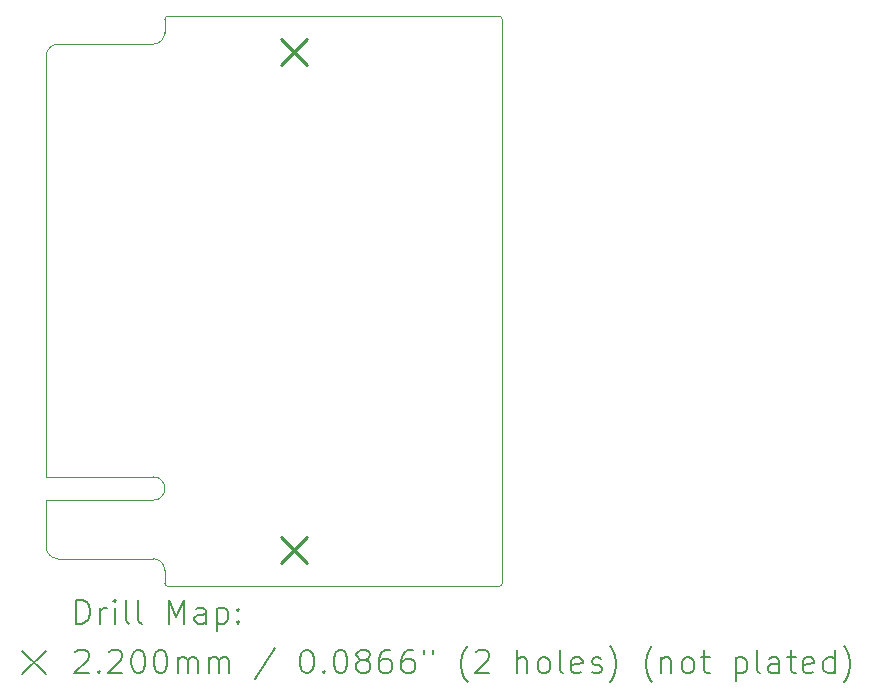
<source format=gbr>
%TF.GenerationSoftware,KiCad,Pcbnew,8.0.3*%
%TF.CreationDate,2024-06-20T09:06:08+12:00*%
%TF.ProjectId,crt_card_edge_adapter,6372745f-6361-4726-945f-656467655f61,rev?*%
%TF.SameCoordinates,Original*%
%TF.FileFunction,Drillmap*%
%TF.FilePolarity,Positive*%
%FSLAX45Y45*%
G04 Gerber Fmt 4.5, Leading zero omitted, Abs format (unit mm)*
G04 Created by KiCad (PCBNEW 8.0.3) date 2024-06-20 09:06:08*
%MOMM*%
%LPD*%
G01*
G04 APERTURE LIST*
%ADD10C,0.050000*%
%ADD11C,0.120000*%
%ADD12C,0.200000*%
%ADD13C,0.220000*%
G04 APERTURE END LIST*
D10*
X12484100Y-6858000D02*
G75*
G02*
X12509500Y-6883400I0J-25400D01*
G01*
X12509500Y-6883400D02*
X12509500Y-11658600D01*
X9652000Y-6883400D02*
G75*
G02*
X9677400Y-6858000I25400J0D01*
G01*
X9677400Y-11684000D02*
G75*
G02*
X9652000Y-11658600I0J25400D01*
G01*
X9677400Y-6858000D02*
X12484100Y-6858000D01*
X9677400Y-11684000D02*
X12484100Y-11684000D01*
X9652000Y-11620500D02*
X9652000Y-11658600D01*
X9652000Y-6921500D02*
X9652000Y-6883400D01*
X12509500Y-11658600D02*
G75*
G02*
X12484100Y-11684000I-25400J0D01*
G01*
D11*
X8649000Y-10756000D02*
X8649000Y-7192000D01*
X8649000Y-10756000D02*
X9553000Y-10756000D01*
X8649000Y-10954000D02*
X8649000Y-11350000D01*
X8748000Y-7093000D02*
X9553000Y-7093000D01*
X8748000Y-11449000D02*
X9553000Y-11449000D01*
X9553000Y-10954000D02*
X8649000Y-10954000D01*
X9652000Y-6994000D02*
X9652000Y-6921500D01*
X9652000Y-11548000D02*
X9652000Y-11620500D01*
X8649000Y-7192000D02*
G75*
G02*
X8748000Y-7093000I99000J0D01*
G01*
X8748000Y-11449000D02*
G75*
G02*
X8649000Y-11350000I0J99000D01*
G01*
X9553000Y-10756000D02*
G75*
G02*
X9553000Y-10954000I0J-99000D01*
G01*
X9553000Y-11449000D02*
G75*
G02*
X9652000Y-11548000I0J-99000D01*
G01*
X9652000Y-6994000D02*
G75*
G02*
X9553000Y-7093000I-99000J0D01*
G01*
D12*
D13*
X10634200Y-7052800D02*
X10854200Y-7272800D01*
X10854200Y-7052800D02*
X10634200Y-7272800D01*
X10634200Y-11269200D02*
X10854200Y-11489200D01*
X10854200Y-11269200D02*
X10634200Y-11489200D01*
D12*
X8903777Y-11997984D02*
X8903777Y-11797984D01*
X8903777Y-11797984D02*
X8951396Y-11797984D01*
X8951396Y-11797984D02*
X8979967Y-11807508D01*
X8979967Y-11807508D02*
X8999015Y-11826555D01*
X8999015Y-11826555D02*
X9008539Y-11845603D01*
X9008539Y-11845603D02*
X9018063Y-11883698D01*
X9018063Y-11883698D02*
X9018063Y-11912269D01*
X9018063Y-11912269D02*
X9008539Y-11950365D01*
X9008539Y-11950365D02*
X8999015Y-11969412D01*
X8999015Y-11969412D02*
X8979967Y-11988460D01*
X8979967Y-11988460D02*
X8951396Y-11997984D01*
X8951396Y-11997984D02*
X8903777Y-11997984D01*
X9103777Y-11997984D02*
X9103777Y-11864650D01*
X9103777Y-11902746D02*
X9113301Y-11883698D01*
X9113301Y-11883698D02*
X9122824Y-11874174D01*
X9122824Y-11874174D02*
X9141872Y-11864650D01*
X9141872Y-11864650D02*
X9160920Y-11864650D01*
X9227586Y-11997984D02*
X9227586Y-11864650D01*
X9227586Y-11797984D02*
X9218063Y-11807508D01*
X9218063Y-11807508D02*
X9227586Y-11817031D01*
X9227586Y-11817031D02*
X9237110Y-11807508D01*
X9237110Y-11807508D02*
X9227586Y-11797984D01*
X9227586Y-11797984D02*
X9227586Y-11817031D01*
X9351396Y-11997984D02*
X9332348Y-11988460D01*
X9332348Y-11988460D02*
X9322824Y-11969412D01*
X9322824Y-11969412D02*
X9322824Y-11797984D01*
X9456158Y-11997984D02*
X9437110Y-11988460D01*
X9437110Y-11988460D02*
X9427586Y-11969412D01*
X9427586Y-11969412D02*
X9427586Y-11797984D01*
X9684729Y-11997984D02*
X9684729Y-11797984D01*
X9684729Y-11797984D02*
X9751396Y-11940841D01*
X9751396Y-11940841D02*
X9818063Y-11797984D01*
X9818063Y-11797984D02*
X9818063Y-11997984D01*
X9999015Y-11997984D02*
X9999015Y-11893222D01*
X9999015Y-11893222D02*
X9989491Y-11874174D01*
X9989491Y-11874174D02*
X9970444Y-11864650D01*
X9970444Y-11864650D02*
X9932348Y-11864650D01*
X9932348Y-11864650D02*
X9913301Y-11874174D01*
X9999015Y-11988460D02*
X9979967Y-11997984D01*
X9979967Y-11997984D02*
X9932348Y-11997984D01*
X9932348Y-11997984D02*
X9913301Y-11988460D01*
X9913301Y-11988460D02*
X9903777Y-11969412D01*
X9903777Y-11969412D02*
X9903777Y-11950365D01*
X9903777Y-11950365D02*
X9913301Y-11931317D01*
X9913301Y-11931317D02*
X9932348Y-11921793D01*
X9932348Y-11921793D02*
X9979967Y-11921793D01*
X9979967Y-11921793D02*
X9999015Y-11912269D01*
X10094253Y-11864650D02*
X10094253Y-12064650D01*
X10094253Y-11874174D02*
X10113301Y-11864650D01*
X10113301Y-11864650D02*
X10151396Y-11864650D01*
X10151396Y-11864650D02*
X10170444Y-11874174D01*
X10170444Y-11874174D02*
X10179967Y-11883698D01*
X10179967Y-11883698D02*
X10189491Y-11902746D01*
X10189491Y-11902746D02*
X10189491Y-11959888D01*
X10189491Y-11959888D02*
X10179967Y-11978936D01*
X10179967Y-11978936D02*
X10170444Y-11988460D01*
X10170444Y-11988460D02*
X10151396Y-11997984D01*
X10151396Y-11997984D02*
X10113301Y-11997984D01*
X10113301Y-11997984D02*
X10094253Y-11988460D01*
X10275205Y-11978936D02*
X10284729Y-11988460D01*
X10284729Y-11988460D02*
X10275205Y-11997984D01*
X10275205Y-11997984D02*
X10265682Y-11988460D01*
X10265682Y-11988460D02*
X10275205Y-11978936D01*
X10275205Y-11978936D02*
X10275205Y-11997984D01*
X10275205Y-11874174D02*
X10284729Y-11883698D01*
X10284729Y-11883698D02*
X10275205Y-11893222D01*
X10275205Y-11893222D02*
X10265682Y-11883698D01*
X10265682Y-11883698D02*
X10275205Y-11874174D01*
X10275205Y-11874174D02*
X10275205Y-11893222D01*
X8443000Y-12226500D02*
X8643000Y-12426500D01*
X8643000Y-12226500D02*
X8443000Y-12426500D01*
X8894253Y-12237031D02*
X8903777Y-12227508D01*
X8903777Y-12227508D02*
X8922824Y-12217984D01*
X8922824Y-12217984D02*
X8970444Y-12217984D01*
X8970444Y-12217984D02*
X8989491Y-12227508D01*
X8989491Y-12227508D02*
X8999015Y-12237031D01*
X8999015Y-12237031D02*
X9008539Y-12256079D01*
X9008539Y-12256079D02*
X9008539Y-12275127D01*
X9008539Y-12275127D02*
X8999015Y-12303698D01*
X8999015Y-12303698D02*
X8884729Y-12417984D01*
X8884729Y-12417984D02*
X9008539Y-12417984D01*
X9094253Y-12398936D02*
X9103777Y-12408460D01*
X9103777Y-12408460D02*
X9094253Y-12417984D01*
X9094253Y-12417984D02*
X9084729Y-12408460D01*
X9084729Y-12408460D02*
X9094253Y-12398936D01*
X9094253Y-12398936D02*
X9094253Y-12417984D01*
X9179967Y-12237031D02*
X9189491Y-12227508D01*
X9189491Y-12227508D02*
X9208539Y-12217984D01*
X9208539Y-12217984D02*
X9256158Y-12217984D01*
X9256158Y-12217984D02*
X9275205Y-12227508D01*
X9275205Y-12227508D02*
X9284729Y-12237031D01*
X9284729Y-12237031D02*
X9294253Y-12256079D01*
X9294253Y-12256079D02*
X9294253Y-12275127D01*
X9294253Y-12275127D02*
X9284729Y-12303698D01*
X9284729Y-12303698D02*
X9170444Y-12417984D01*
X9170444Y-12417984D02*
X9294253Y-12417984D01*
X9418063Y-12217984D02*
X9437110Y-12217984D01*
X9437110Y-12217984D02*
X9456158Y-12227508D01*
X9456158Y-12227508D02*
X9465682Y-12237031D01*
X9465682Y-12237031D02*
X9475205Y-12256079D01*
X9475205Y-12256079D02*
X9484729Y-12294174D01*
X9484729Y-12294174D02*
X9484729Y-12341793D01*
X9484729Y-12341793D02*
X9475205Y-12379888D01*
X9475205Y-12379888D02*
X9465682Y-12398936D01*
X9465682Y-12398936D02*
X9456158Y-12408460D01*
X9456158Y-12408460D02*
X9437110Y-12417984D01*
X9437110Y-12417984D02*
X9418063Y-12417984D01*
X9418063Y-12417984D02*
X9399015Y-12408460D01*
X9399015Y-12408460D02*
X9389491Y-12398936D01*
X9389491Y-12398936D02*
X9379967Y-12379888D01*
X9379967Y-12379888D02*
X9370444Y-12341793D01*
X9370444Y-12341793D02*
X9370444Y-12294174D01*
X9370444Y-12294174D02*
X9379967Y-12256079D01*
X9379967Y-12256079D02*
X9389491Y-12237031D01*
X9389491Y-12237031D02*
X9399015Y-12227508D01*
X9399015Y-12227508D02*
X9418063Y-12217984D01*
X9608539Y-12217984D02*
X9627586Y-12217984D01*
X9627586Y-12217984D02*
X9646634Y-12227508D01*
X9646634Y-12227508D02*
X9656158Y-12237031D01*
X9656158Y-12237031D02*
X9665682Y-12256079D01*
X9665682Y-12256079D02*
X9675205Y-12294174D01*
X9675205Y-12294174D02*
X9675205Y-12341793D01*
X9675205Y-12341793D02*
X9665682Y-12379888D01*
X9665682Y-12379888D02*
X9656158Y-12398936D01*
X9656158Y-12398936D02*
X9646634Y-12408460D01*
X9646634Y-12408460D02*
X9627586Y-12417984D01*
X9627586Y-12417984D02*
X9608539Y-12417984D01*
X9608539Y-12417984D02*
X9589491Y-12408460D01*
X9589491Y-12408460D02*
X9579967Y-12398936D01*
X9579967Y-12398936D02*
X9570444Y-12379888D01*
X9570444Y-12379888D02*
X9560920Y-12341793D01*
X9560920Y-12341793D02*
X9560920Y-12294174D01*
X9560920Y-12294174D02*
X9570444Y-12256079D01*
X9570444Y-12256079D02*
X9579967Y-12237031D01*
X9579967Y-12237031D02*
X9589491Y-12227508D01*
X9589491Y-12227508D02*
X9608539Y-12217984D01*
X9760920Y-12417984D02*
X9760920Y-12284650D01*
X9760920Y-12303698D02*
X9770444Y-12294174D01*
X9770444Y-12294174D02*
X9789491Y-12284650D01*
X9789491Y-12284650D02*
X9818063Y-12284650D01*
X9818063Y-12284650D02*
X9837110Y-12294174D01*
X9837110Y-12294174D02*
X9846634Y-12313222D01*
X9846634Y-12313222D02*
X9846634Y-12417984D01*
X9846634Y-12313222D02*
X9856158Y-12294174D01*
X9856158Y-12294174D02*
X9875205Y-12284650D01*
X9875205Y-12284650D02*
X9903777Y-12284650D01*
X9903777Y-12284650D02*
X9922825Y-12294174D01*
X9922825Y-12294174D02*
X9932348Y-12313222D01*
X9932348Y-12313222D02*
X9932348Y-12417984D01*
X10027586Y-12417984D02*
X10027586Y-12284650D01*
X10027586Y-12303698D02*
X10037110Y-12294174D01*
X10037110Y-12294174D02*
X10056158Y-12284650D01*
X10056158Y-12284650D02*
X10084729Y-12284650D01*
X10084729Y-12284650D02*
X10103777Y-12294174D01*
X10103777Y-12294174D02*
X10113301Y-12313222D01*
X10113301Y-12313222D02*
X10113301Y-12417984D01*
X10113301Y-12313222D02*
X10122825Y-12294174D01*
X10122825Y-12294174D02*
X10141872Y-12284650D01*
X10141872Y-12284650D02*
X10170444Y-12284650D01*
X10170444Y-12284650D02*
X10189491Y-12294174D01*
X10189491Y-12294174D02*
X10199015Y-12313222D01*
X10199015Y-12313222D02*
X10199015Y-12417984D01*
X10589491Y-12208460D02*
X10418063Y-12465603D01*
X10846634Y-12217984D02*
X10865682Y-12217984D01*
X10865682Y-12217984D02*
X10884729Y-12227508D01*
X10884729Y-12227508D02*
X10894253Y-12237031D01*
X10894253Y-12237031D02*
X10903777Y-12256079D01*
X10903777Y-12256079D02*
X10913301Y-12294174D01*
X10913301Y-12294174D02*
X10913301Y-12341793D01*
X10913301Y-12341793D02*
X10903777Y-12379888D01*
X10903777Y-12379888D02*
X10894253Y-12398936D01*
X10894253Y-12398936D02*
X10884729Y-12408460D01*
X10884729Y-12408460D02*
X10865682Y-12417984D01*
X10865682Y-12417984D02*
X10846634Y-12417984D01*
X10846634Y-12417984D02*
X10827587Y-12408460D01*
X10827587Y-12408460D02*
X10818063Y-12398936D01*
X10818063Y-12398936D02*
X10808539Y-12379888D01*
X10808539Y-12379888D02*
X10799015Y-12341793D01*
X10799015Y-12341793D02*
X10799015Y-12294174D01*
X10799015Y-12294174D02*
X10808539Y-12256079D01*
X10808539Y-12256079D02*
X10818063Y-12237031D01*
X10818063Y-12237031D02*
X10827587Y-12227508D01*
X10827587Y-12227508D02*
X10846634Y-12217984D01*
X10999015Y-12398936D02*
X11008539Y-12408460D01*
X11008539Y-12408460D02*
X10999015Y-12417984D01*
X10999015Y-12417984D02*
X10989491Y-12408460D01*
X10989491Y-12408460D02*
X10999015Y-12398936D01*
X10999015Y-12398936D02*
X10999015Y-12417984D01*
X11132348Y-12217984D02*
X11151396Y-12217984D01*
X11151396Y-12217984D02*
X11170444Y-12227508D01*
X11170444Y-12227508D02*
X11179968Y-12237031D01*
X11179968Y-12237031D02*
X11189491Y-12256079D01*
X11189491Y-12256079D02*
X11199015Y-12294174D01*
X11199015Y-12294174D02*
X11199015Y-12341793D01*
X11199015Y-12341793D02*
X11189491Y-12379888D01*
X11189491Y-12379888D02*
X11179968Y-12398936D01*
X11179968Y-12398936D02*
X11170444Y-12408460D01*
X11170444Y-12408460D02*
X11151396Y-12417984D01*
X11151396Y-12417984D02*
X11132348Y-12417984D01*
X11132348Y-12417984D02*
X11113301Y-12408460D01*
X11113301Y-12408460D02*
X11103777Y-12398936D01*
X11103777Y-12398936D02*
X11094253Y-12379888D01*
X11094253Y-12379888D02*
X11084729Y-12341793D01*
X11084729Y-12341793D02*
X11084729Y-12294174D01*
X11084729Y-12294174D02*
X11094253Y-12256079D01*
X11094253Y-12256079D02*
X11103777Y-12237031D01*
X11103777Y-12237031D02*
X11113301Y-12227508D01*
X11113301Y-12227508D02*
X11132348Y-12217984D01*
X11313301Y-12303698D02*
X11294253Y-12294174D01*
X11294253Y-12294174D02*
X11284729Y-12284650D01*
X11284729Y-12284650D02*
X11275206Y-12265603D01*
X11275206Y-12265603D02*
X11275206Y-12256079D01*
X11275206Y-12256079D02*
X11284729Y-12237031D01*
X11284729Y-12237031D02*
X11294253Y-12227508D01*
X11294253Y-12227508D02*
X11313301Y-12217984D01*
X11313301Y-12217984D02*
X11351396Y-12217984D01*
X11351396Y-12217984D02*
X11370444Y-12227508D01*
X11370444Y-12227508D02*
X11379967Y-12237031D01*
X11379967Y-12237031D02*
X11389491Y-12256079D01*
X11389491Y-12256079D02*
X11389491Y-12265603D01*
X11389491Y-12265603D02*
X11379967Y-12284650D01*
X11379967Y-12284650D02*
X11370444Y-12294174D01*
X11370444Y-12294174D02*
X11351396Y-12303698D01*
X11351396Y-12303698D02*
X11313301Y-12303698D01*
X11313301Y-12303698D02*
X11294253Y-12313222D01*
X11294253Y-12313222D02*
X11284729Y-12322746D01*
X11284729Y-12322746D02*
X11275206Y-12341793D01*
X11275206Y-12341793D02*
X11275206Y-12379888D01*
X11275206Y-12379888D02*
X11284729Y-12398936D01*
X11284729Y-12398936D02*
X11294253Y-12408460D01*
X11294253Y-12408460D02*
X11313301Y-12417984D01*
X11313301Y-12417984D02*
X11351396Y-12417984D01*
X11351396Y-12417984D02*
X11370444Y-12408460D01*
X11370444Y-12408460D02*
X11379967Y-12398936D01*
X11379967Y-12398936D02*
X11389491Y-12379888D01*
X11389491Y-12379888D02*
X11389491Y-12341793D01*
X11389491Y-12341793D02*
X11379967Y-12322746D01*
X11379967Y-12322746D02*
X11370444Y-12313222D01*
X11370444Y-12313222D02*
X11351396Y-12303698D01*
X11560920Y-12217984D02*
X11522825Y-12217984D01*
X11522825Y-12217984D02*
X11503777Y-12227508D01*
X11503777Y-12227508D02*
X11494253Y-12237031D01*
X11494253Y-12237031D02*
X11475206Y-12265603D01*
X11475206Y-12265603D02*
X11465682Y-12303698D01*
X11465682Y-12303698D02*
X11465682Y-12379888D01*
X11465682Y-12379888D02*
X11475206Y-12398936D01*
X11475206Y-12398936D02*
X11484729Y-12408460D01*
X11484729Y-12408460D02*
X11503777Y-12417984D01*
X11503777Y-12417984D02*
X11541872Y-12417984D01*
X11541872Y-12417984D02*
X11560920Y-12408460D01*
X11560920Y-12408460D02*
X11570444Y-12398936D01*
X11570444Y-12398936D02*
X11579967Y-12379888D01*
X11579967Y-12379888D02*
X11579967Y-12332269D01*
X11579967Y-12332269D02*
X11570444Y-12313222D01*
X11570444Y-12313222D02*
X11560920Y-12303698D01*
X11560920Y-12303698D02*
X11541872Y-12294174D01*
X11541872Y-12294174D02*
X11503777Y-12294174D01*
X11503777Y-12294174D02*
X11484729Y-12303698D01*
X11484729Y-12303698D02*
X11475206Y-12313222D01*
X11475206Y-12313222D02*
X11465682Y-12332269D01*
X11751396Y-12217984D02*
X11713301Y-12217984D01*
X11713301Y-12217984D02*
X11694253Y-12227508D01*
X11694253Y-12227508D02*
X11684729Y-12237031D01*
X11684729Y-12237031D02*
X11665682Y-12265603D01*
X11665682Y-12265603D02*
X11656158Y-12303698D01*
X11656158Y-12303698D02*
X11656158Y-12379888D01*
X11656158Y-12379888D02*
X11665682Y-12398936D01*
X11665682Y-12398936D02*
X11675206Y-12408460D01*
X11675206Y-12408460D02*
X11694253Y-12417984D01*
X11694253Y-12417984D02*
X11732348Y-12417984D01*
X11732348Y-12417984D02*
X11751396Y-12408460D01*
X11751396Y-12408460D02*
X11760920Y-12398936D01*
X11760920Y-12398936D02*
X11770444Y-12379888D01*
X11770444Y-12379888D02*
X11770444Y-12332269D01*
X11770444Y-12332269D02*
X11760920Y-12313222D01*
X11760920Y-12313222D02*
X11751396Y-12303698D01*
X11751396Y-12303698D02*
X11732348Y-12294174D01*
X11732348Y-12294174D02*
X11694253Y-12294174D01*
X11694253Y-12294174D02*
X11675206Y-12303698D01*
X11675206Y-12303698D02*
X11665682Y-12313222D01*
X11665682Y-12313222D02*
X11656158Y-12332269D01*
X11846634Y-12217984D02*
X11846634Y-12256079D01*
X11922825Y-12217984D02*
X11922825Y-12256079D01*
X12218063Y-12494174D02*
X12208539Y-12484650D01*
X12208539Y-12484650D02*
X12189491Y-12456079D01*
X12189491Y-12456079D02*
X12179968Y-12437031D01*
X12179968Y-12437031D02*
X12170444Y-12408460D01*
X12170444Y-12408460D02*
X12160920Y-12360841D01*
X12160920Y-12360841D02*
X12160920Y-12322746D01*
X12160920Y-12322746D02*
X12170444Y-12275127D01*
X12170444Y-12275127D02*
X12179968Y-12246555D01*
X12179968Y-12246555D02*
X12189491Y-12227508D01*
X12189491Y-12227508D02*
X12208539Y-12198936D01*
X12208539Y-12198936D02*
X12218063Y-12189412D01*
X12284729Y-12237031D02*
X12294253Y-12227508D01*
X12294253Y-12227508D02*
X12313301Y-12217984D01*
X12313301Y-12217984D02*
X12360920Y-12217984D01*
X12360920Y-12217984D02*
X12379968Y-12227508D01*
X12379968Y-12227508D02*
X12389491Y-12237031D01*
X12389491Y-12237031D02*
X12399015Y-12256079D01*
X12399015Y-12256079D02*
X12399015Y-12275127D01*
X12399015Y-12275127D02*
X12389491Y-12303698D01*
X12389491Y-12303698D02*
X12275206Y-12417984D01*
X12275206Y-12417984D02*
X12399015Y-12417984D01*
X12637110Y-12417984D02*
X12637110Y-12217984D01*
X12722825Y-12417984D02*
X12722825Y-12313222D01*
X12722825Y-12313222D02*
X12713301Y-12294174D01*
X12713301Y-12294174D02*
X12694253Y-12284650D01*
X12694253Y-12284650D02*
X12665682Y-12284650D01*
X12665682Y-12284650D02*
X12646634Y-12294174D01*
X12646634Y-12294174D02*
X12637110Y-12303698D01*
X12846634Y-12417984D02*
X12827587Y-12408460D01*
X12827587Y-12408460D02*
X12818063Y-12398936D01*
X12818063Y-12398936D02*
X12808539Y-12379888D01*
X12808539Y-12379888D02*
X12808539Y-12322746D01*
X12808539Y-12322746D02*
X12818063Y-12303698D01*
X12818063Y-12303698D02*
X12827587Y-12294174D01*
X12827587Y-12294174D02*
X12846634Y-12284650D01*
X12846634Y-12284650D02*
X12875206Y-12284650D01*
X12875206Y-12284650D02*
X12894253Y-12294174D01*
X12894253Y-12294174D02*
X12903777Y-12303698D01*
X12903777Y-12303698D02*
X12913301Y-12322746D01*
X12913301Y-12322746D02*
X12913301Y-12379888D01*
X12913301Y-12379888D02*
X12903777Y-12398936D01*
X12903777Y-12398936D02*
X12894253Y-12408460D01*
X12894253Y-12408460D02*
X12875206Y-12417984D01*
X12875206Y-12417984D02*
X12846634Y-12417984D01*
X13027587Y-12417984D02*
X13008539Y-12408460D01*
X13008539Y-12408460D02*
X12999015Y-12389412D01*
X12999015Y-12389412D02*
X12999015Y-12217984D01*
X13179968Y-12408460D02*
X13160920Y-12417984D01*
X13160920Y-12417984D02*
X13122825Y-12417984D01*
X13122825Y-12417984D02*
X13103777Y-12408460D01*
X13103777Y-12408460D02*
X13094253Y-12389412D01*
X13094253Y-12389412D02*
X13094253Y-12313222D01*
X13094253Y-12313222D02*
X13103777Y-12294174D01*
X13103777Y-12294174D02*
X13122825Y-12284650D01*
X13122825Y-12284650D02*
X13160920Y-12284650D01*
X13160920Y-12284650D02*
X13179968Y-12294174D01*
X13179968Y-12294174D02*
X13189491Y-12313222D01*
X13189491Y-12313222D02*
X13189491Y-12332269D01*
X13189491Y-12332269D02*
X13094253Y-12351317D01*
X13265682Y-12408460D02*
X13284730Y-12417984D01*
X13284730Y-12417984D02*
X13322825Y-12417984D01*
X13322825Y-12417984D02*
X13341872Y-12408460D01*
X13341872Y-12408460D02*
X13351396Y-12389412D01*
X13351396Y-12389412D02*
X13351396Y-12379888D01*
X13351396Y-12379888D02*
X13341872Y-12360841D01*
X13341872Y-12360841D02*
X13322825Y-12351317D01*
X13322825Y-12351317D02*
X13294253Y-12351317D01*
X13294253Y-12351317D02*
X13275206Y-12341793D01*
X13275206Y-12341793D02*
X13265682Y-12322746D01*
X13265682Y-12322746D02*
X13265682Y-12313222D01*
X13265682Y-12313222D02*
X13275206Y-12294174D01*
X13275206Y-12294174D02*
X13294253Y-12284650D01*
X13294253Y-12284650D02*
X13322825Y-12284650D01*
X13322825Y-12284650D02*
X13341872Y-12294174D01*
X13418063Y-12494174D02*
X13427587Y-12484650D01*
X13427587Y-12484650D02*
X13446634Y-12456079D01*
X13446634Y-12456079D02*
X13456158Y-12437031D01*
X13456158Y-12437031D02*
X13465682Y-12408460D01*
X13465682Y-12408460D02*
X13475206Y-12360841D01*
X13475206Y-12360841D02*
X13475206Y-12322746D01*
X13475206Y-12322746D02*
X13465682Y-12275127D01*
X13465682Y-12275127D02*
X13456158Y-12246555D01*
X13456158Y-12246555D02*
X13446634Y-12227508D01*
X13446634Y-12227508D02*
X13427587Y-12198936D01*
X13427587Y-12198936D02*
X13418063Y-12189412D01*
X13779968Y-12494174D02*
X13770444Y-12484650D01*
X13770444Y-12484650D02*
X13751396Y-12456079D01*
X13751396Y-12456079D02*
X13741872Y-12437031D01*
X13741872Y-12437031D02*
X13732349Y-12408460D01*
X13732349Y-12408460D02*
X13722825Y-12360841D01*
X13722825Y-12360841D02*
X13722825Y-12322746D01*
X13722825Y-12322746D02*
X13732349Y-12275127D01*
X13732349Y-12275127D02*
X13741872Y-12246555D01*
X13741872Y-12246555D02*
X13751396Y-12227508D01*
X13751396Y-12227508D02*
X13770444Y-12198936D01*
X13770444Y-12198936D02*
X13779968Y-12189412D01*
X13856158Y-12284650D02*
X13856158Y-12417984D01*
X13856158Y-12303698D02*
X13865682Y-12294174D01*
X13865682Y-12294174D02*
X13884730Y-12284650D01*
X13884730Y-12284650D02*
X13913301Y-12284650D01*
X13913301Y-12284650D02*
X13932349Y-12294174D01*
X13932349Y-12294174D02*
X13941872Y-12313222D01*
X13941872Y-12313222D02*
X13941872Y-12417984D01*
X14065682Y-12417984D02*
X14046634Y-12408460D01*
X14046634Y-12408460D02*
X14037111Y-12398936D01*
X14037111Y-12398936D02*
X14027587Y-12379888D01*
X14027587Y-12379888D02*
X14027587Y-12322746D01*
X14027587Y-12322746D02*
X14037111Y-12303698D01*
X14037111Y-12303698D02*
X14046634Y-12294174D01*
X14046634Y-12294174D02*
X14065682Y-12284650D01*
X14065682Y-12284650D02*
X14094253Y-12284650D01*
X14094253Y-12284650D02*
X14113301Y-12294174D01*
X14113301Y-12294174D02*
X14122825Y-12303698D01*
X14122825Y-12303698D02*
X14132349Y-12322746D01*
X14132349Y-12322746D02*
X14132349Y-12379888D01*
X14132349Y-12379888D02*
X14122825Y-12398936D01*
X14122825Y-12398936D02*
X14113301Y-12408460D01*
X14113301Y-12408460D02*
X14094253Y-12417984D01*
X14094253Y-12417984D02*
X14065682Y-12417984D01*
X14189492Y-12284650D02*
X14265682Y-12284650D01*
X14218063Y-12217984D02*
X14218063Y-12389412D01*
X14218063Y-12389412D02*
X14227587Y-12408460D01*
X14227587Y-12408460D02*
X14246634Y-12417984D01*
X14246634Y-12417984D02*
X14265682Y-12417984D01*
X14484730Y-12284650D02*
X14484730Y-12484650D01*
X14484730Y-12294174D02*
X14503777Y-12284650D01*
X14503777Y-12284650D02*
X14541873Y-12284650D01*
X14541873Y-12284650D02*
X14560920Y-12294174D01*
X14560920Y-12294174D02*
X14570444Y-12303698D01*
X14570444Y-12303698D02*
X14579968Y-12322746D01*
X14579968Y-12322746D02*
X14579968Y-12379888D01*
X14579968Y-12379888D02*
X14570444Y-12398936D01*
X14570444Y-12398936D02*
X14560920Y-12408460D01*
X14560920Y-12408460D02*
X14541873Y-12417984D01*
X14541873Y-12417984D02*
X14503777Y-12417984D01*
X14503777Y-12417984D02*
X14484730Y-12408460D01*
X14694253Y-12417984D02*
X14675206Y-12408460D01*
X14675206Y-12408460D02*
X14665682Y-12389412D01*
X14665682Y-12389412D02*
X14665682Y-12217984D01*
X14856158Y-12417984D02*
X14856158Y-12313222D01*
X14856158Y-12313222D02*
X14846634Y-12294174D01*
X14846634Y-12294174D02*
X14827587Y-12284650D01*
X14827587Y-12284650D02*
X14789492Y-12284650D01*
X14789492Y-12284650D02*
X14770444Y-12294174D01*
X14856158Y-12408460D02*
X14837111Y-12417984D01*
X14837111Y-12417984D02*
X14789492Y-12417984D01*
X14789492Y-12417984D02*
X14770444Y-12408460D01*
X14770444Y-12408460D02*
X14760920Y-12389412D01*
X14760920Y-12389412D02*
X14760920Y-12370365D01*
X14760920Y-12370365D02*
X14770444Y-12351317D01*
X14770444Y-12351317D02*
X14789492Y-12341793D01*
X14789492Y-12341793D02*
X14837111Y-12341793D01*
X14837111Y-12341793D02*
X14856158Y-12332269D01*
X14922825Y-12284650D02*
X14999015Y-12284650D01*
X14951396Y-12217984D02*
X14951396Y-12389412D01*
X14951396Y-12389412D02*
X14960920Y-12408460D01*
X14960920Y-12408460D02*
X14979968Y-12417984D01*
X14979968Y-12417984D02*
X14999015Y-12417984D01*
X15141873Y-12408460D02*
X15122825Y-12417984D01*
X15122825Y-12417984D02*
X15084730Y-12417984D01*
X15084730Y-12417984D02*
X15065682Y-12408460D01*
X15065682Y-12408460D02*
X15056158Y-12389412D01*
X15056158Y-12389412D02*
X15056158Y-12313222D01*
X15056158Y-12313222D02*
X15065682Y-12294174D01*
X15065682Y-12294174D02*
X15084730Y-12284650D01*
X15084730Y-12284650D02*
X15122825Y-12284650D01*
X15122825Y-12284650D02*
X15141873Y-12294174D01*
X15141873Y-12294174D02*
X15151396Y-12313222D01*
X15151396Y-12313222D02*
X15151396Y-12332269D01*
X15151396Y-12332269D02*
X15056158Y-12351317D01*
X15322825Y-12417984D02*
X15322825Y-12217984D01*
X15322825Y-12408460D02*
X15303777Y-12417984D01*
X15303777Y-12417984D02*
X15265682Y-12417984D01*
X15265682Y-12417984D02*
X15246634Y-12408460D01*
X15246634Y-12408460D02*
X15237111Y-12398936D01*
X15237111Y-12398936D02*
X15227587Y-12379888D01*
X15227587Y-12379888D02*
X15227587Y-12322746D01*
X15227587Y-12322746D02*
X15237111Y-12303698D01*
X15237111Y-12303698D02*
X15246634Y-12294174D01*
X15246634Y-12294174D02*
X15265682Y-12284650D01*
X15265682Y-12284650D02*
X15303777Y-12284650D01*
X15303777Y-12284650D02*
X15322825Y-12294174D01*
X15399015Y-12494174D02*
X15408539Y-12484650D01*
X15408539Y-12484650D02*
X15427587Y-12456079D01*
X15427587Y-12456079D02*
X15437111Y-12437031D01*
X15437111Y-12437031D02*
X15446634Y-12408460D01*
X15446634Y-12408460D02*
X15456158Y-12360841D01*
X15456158Y-12360841D02*
X15456158Y-12322746D01*
X15456158Y-12322746D02*
X15446634Y-12275127D01*
X15446634Y-12275127D02*
X15437111Y-12246555D01*
X15437111Y-12246555D02*
X15427587Y-12227508D01*
X15427587Y-12227508D02*
X15408539Y-12198936D01*
X15408539Y-12198936D02*
X15399015Y-12189412D01*
M02*

</source>
